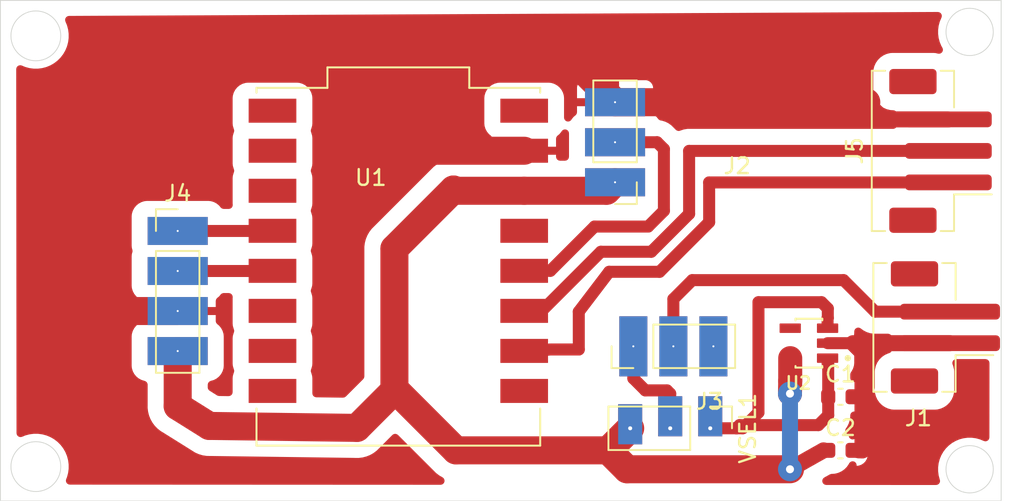
<source format=kicad_pcb>
(kicad_pcb (version 20241229) (generator "pcbnew") (generator_version "9.0")
  (layers (0 "F.Cu" signal) (2 "B.Cu" signal) (13 "F.Paste" user) (15 "B.Paste" user) (5 "F.SilkS" user "F.Silkscreen") (7 "B.SilkS" user "B.Silkscreen") (1 "F.Mask" user) (3 "B.Mask" user) (25 "Edge.Cuts" user))
  (net 0 "")
  (net 1 "GND")
  (net 2 "+3V3")
  (net 3 "SIG")
  (net 5 "SCL")
  (net 6 "SDA")
  (net 8 "Net-(J5-Pin_2)")
  (net 17 "Net-(J1-Pin_2)")
  (net 18 "Net-(J5-Pin_1)")
  (net 19 "Net-(J3-Pin_1)")
  (net 20 "Net-(U2-EN)")
  (footprint "ESP32-C3_SUPERMINI_SMD:MODULE_ESP32-C3_SUPERMINI" (layer "F.Cu") (at 25.25 16.9)
    (property "Reference" "U1" (at -1.75 -5.65 0) (layer "F.SilkS"))
    (property "Value" "ESP32-C3_SUPERMINI_SMD")
    (fp_line (start -9 -11.05) (end -9 -11.35) (stroke (width 0.127)) (layer "F.SilkS"))
    (fp_line (start -9 11.35) (end -9 9) (stroke (width 0.127)) (layer "F.SilkS"))
    (fp_line (start -4.5 -12.65) (end -4.5 -11.35) (stroke (width 0.127)) (layer "F.SilkS"))
    (fp_line (start -4.5 -11.35) (end -9 -11.35) (stroke (width 0.127)) (layer "F.SilkS"))
    (fp_line (start 4.5 -12.65) (end -4.5 -12.65) (stroke (width 0.127)) (layer "F.SilkS"))
    (fp_line (start 4.5 -12.65) (end 4.5 -11.35) (stroke (width 0.127)) (layer "F.SilkS"))
    (fp_line (start 9 -11.35) (end 4.5 -11.35) (stroke (width 0.127)) (layer "F.SilkS"))
    (fp_line (start 9 -11.05) (end 9 -11.35) (stroke (width 0.127)) (layer "F.SilkS"))
    (fp_line (start 9 11.35) (end -9 11.35) (stroke (width 0.127)) (layer "F.SilkS"))
    (fp_line (start 9 11.35) (end 9 9) (stroke (width 0.127)) (layer "F.SilkS"))
    (pad "0" smd rect (at 7.985 7.88) (size 3.025 1.524) (layers "F.Cu" "F.Mask" "F.Paste"))
    (pad "1" smd rect (at 7.985 5.34) (size 3.025 1.524) (layers "F.Cu" "F.Mask" "F.Paste") (net 18 "Net-(J5-Pin_1)"))
    (pad "2" smd rect (at 7.985 2.8) (size 3.025 1.524) (layers "F.Cu" "F.Mask" "F.Paste") (net 8 "Net-(J5-Pin_2)"))
    (pad "3" smd rect (at 7.985 0.26) (size 3.025 1.524) (layers "F.Cu" "F.Mask" "F.Paste") (net 3 "SIG"))
    (pad "3.3" smd rect (at 7.985 -4.82) (size 3.025 1.524) (layers "F.Cu" "F.Mask" "F.Paste") (net 2 "+3V3"))
    (pad "4" smd rect (at 7.985 -2.28) (size 3.025 1.524) (layers "F.Cu" "F.Mask" "F.Paste"))
    (pad "5" smd rect (at -7.985 -9.9) (size 3.025 1.524) (layers "F.Cu" "F.Mask" "F.Paste"))
    (pad "5V" smd rect (at 7.985 -9.9) (size 3.025 1.524) (layers "F.Cu" "F.Mask" "F.Paste"))
    (pad "6" smd rect (at -7.985 -7.36) (size 3.025 1.524) (layers "F.Cu" "F.Mask" "F.Paste"))
    (pad "7" smd rect (at -7.985 -4.82) (size 3.025 1.524) (layers "F.Cu" "F.Mask" "F.Paste"))
    (pad "8" smd rect (at -7.985 -2.28) (size 3.025 1.524) (layers "F.Cu" "F.Mask" "F.Paste") (net 6 "SDA"))
    (pad "9" smd rect (at -7.985 0.26) (size 3.025 1.524) (layers "F.Cu" "F.Mask" "F.Paste") (net 5 "SCL"))
    (pad "10" smd rect (at -7.985 2.8) (size 3.025 1.524) (layers "F.Cu" "F.Mask" "F.Paste"))
    (pad "20" smd rect (at -7.985 5.34) (size 3.025 1.524) (layers "F.Cu" "F.Mask" "F.Paste"))
    (pad "21" smd rect (at -7.985 7.88) (size 3.025 1.524) (layers "F.Cu" "F.Mask" "F.Paste"))
    (pad "G" smd rect (at 7.985 -7.36) (size 3.025 1.524) (layers "F.Cu" "F.Mask" "F.Paste") (net 1 "GND"))
  )
  (footprint "Connector_PinHeader_2.54mm:PinHeader_1x03_P2.54mm_Vertical" (layer "F.Cu") (at 40.16 21.95 90)
    (property "Reference" "J3" (at -3.5 4.83 0) (layer "F.SilkS"))
    (property "Value" "Batt_switch")
    (fp_line (start -1.38 -1.38) (end 0 -1.38) (stroke (width 0.12)) (layer "F.SilkS"))
    (fp_line (start -1.38 0) (end -1.38 -1.38) (stroke (width 0.12)) (layer "F.SilkS"))
    (fp_line (start 1.38 1.27) (end 1.38 6.46) (stroke (width 0.12)) (layer "F.SilkS"))
    (fp_line (start -1.38 1.27) (end 1.38 1.27) (stroke (width 0.12)) (layer "F.SilkS"))
    (fp_line (start -1.38 1.27) (end -1.38 6.46) (stroke (width 0.12)) (layer "F.SilkS"))
    (fp_line (start -1.38 6.46) (end 1.38 6.46) (stroke (width 0.12)) (layer "F.SilkS"))
    (pad "1" thru_hole rect (at 0 0 90) (size 3.81 1.778) (drill 0.127) (layers "*.Cu" "*.Mask") (net 19 "Net-(J3-Pin_1)"))
    (pad "2" thru_hole rect (at 0 2.54 90) (size 3.81 1.778) (drill 0.127) (layers "*.Cu" "*.Mask") (net 17 "Net-(J1-Pin_2)"))
    (pad "3" thru_hole rect (at 0 5.08 90) (size 3.81 1.778) (drill 0.127) (layers "*.Cu" "*.Mask"))
  )
  (footprint "AP2112K-3.3TRG1:SOT95P285X140-5N" (layer "F.Cu") (at 51.3 21.75 180)
    (property "Reference" "U2" (at 0.66442 -2.53029 0) (layer "F.SilkS") (effects (font (size 0.80263 0.80263))))
    (property "Value" "AP2112K-3.3TRG1")
    (fp_line (start 0.85 1.55) (end 0.85 1.45) (stroke (width 0.127)) (layer "F.SilkS"))
    (fp_line (start 0.85 1.55) (end -0.85 1.55) (stroke (width 0.127)) (layer "F.SilkS"))
    (fp_line (start 0.85 -1.55) (end 0.85 -1.45) (stroke (width 0.127)) (layer "F.SilkS"))
    (fp_line (start 0.85 -1.55) (end -0.85 -1.55) (stroke (width 0.127)) (layer "F.SilkS"))
    (fp_line (start -0.85 1.55) (end -0.85 1.45) (stroke (width 0.127)) (layer "F.SilkS"))
    (fp_line (start -0.85 -1.55) (end -0.85 -1.45) (stroke (width 0.127)) (layer "F.SilkS"))
    (fp_circle (center -2.469 -0.95) (end -2.369 -0.95) (stroke (width 0.2)) (fill no) (layer "F.SilkS"))
    (pad "1" smd roundrect (at -1.185 -0.95 180) (size 1.35 0.6) (layers "F.Cu" "F.Mask" "F.Paste") (roundrect_rratio 0.075) (net 20 "Net-(U2-EN)"))
    (pad "2" smd roundrect (at -1.185 0 180) (size 1.35 0.6) (layers "F.Cu" "F.Mask" "F.Paste") (roundrect_rratio 0.075) (net 1 "GND"))
    (pad "3" smd roundrect (at -1.185 0.95 180) (size 1.35 0.6) (layers "F.Cu" "F.Mask" "F.Paste") (roundrect_rratio 0.075) (net 20 "Net-(U2-EN)"))
    (pad "4" smd roundrect (at 1.185 0.95 180) (size 1.35 0.6) (layers "F.Cu" "F.Mask" "F.Paste") (roundrect_rratio 0.075))
    (pad "5" smd roundrect (at 1.185 -0.95 180) (size 1.35 0.6) (layers "F.Cu" "F.Mask" "F.Paste") (roundrect_rratio 0.075) (net 2 "+3V3"))
  )
  (footprint "Capacitor_SMD:C_0603_1608Metric" (layer "F.Cu") (at 53.3 25.15)
    (property "Reference" "C1" (at 0 -1.43 0) (layer "F.SilkS"))
    (property "Value" "C")
    (fp_line (start -0.14058 -0.51) (end 0.14058 -0.51) (stroke (width 0.12)) (layer "F.SilkS"))
    (fp_line (start -0.14058 0.51) (end 0.14058 0.51) (stroke (width 0.12)) (layer "F.SilkS"))
    (pad "1" smd roundrect (at -0.775 0) (size 0.9 0.95) (layers "F.Cu" "F.Mask" "F.Paste") (net 20 "Net-(U2-EN)"))
    (pad "2" smd roundrect (at 0.775 0) (size 0.9 0.95) (layers "F.Cu" "F.Mask" "F.Paste") (net 1 "GND"))
  )
  (footprint "Connector_JST:JST_PH_B3B-PH-SM4-TB_1x03-1MP_P2.00mm_Vertical" (layer "F.Cu") (at 59.65 9.55 90)
    (property "Reference" "J5" (at 0 -5.45 90) (layer "F.SilkS"))
    (property "Value" "Conn_01x03_Pin")
    (fp_line (start 5.085 -4.36) (end 5.085 -3.51) (stroke (width 0.12)) (layer "F.SilkS"))
    (fp_line (start -5.085 -4.36) (end 5.085 -4.36) (stroke (width 0.12)) (layer "F.SilkS"))
    (fp_line (start -5.085 -3.51) (end -5.085 -4.36) (stroke (width 0.12)) (layer "F.SilkS"))
    (fp_line (start 5.085 0.01) (end 5.085 0.86) (stroke (width 0.12)) (layer "F.SilkS"))
    (fp_line (start -5.085 0.01) (end -5.085 0.86) (stroke (width 0.12)) (layer "F.SilkS"))
    (fp_line (start 5.085 0.86) (end 2.76 0.86) (stroke (width 0.12)) (layer "F.SilkS"))
    (fp_line (start -2.76 0.86) (end -2.76 3.25) (stroke (width 0.12)) (layer "F.SilkS"))
    (fp_line (start -5.085 0.86) (end -2.76 0.86) (stroke (width 0.12)) (layer "F.SilkS"))
    (pad "1" smd roundrect (at -2 0.5 90) (size 1 5.5) (layers "F.Cu" "F.Mask" "F.Paste") (net 18 "Net-(J5-Pin_1)"))
    (pad "2" smd roundrect (at 0 0.5 90) (size 1 5.5) (layers "F.Cu" "F.Mask" "F.Paste") (net 8 "Net-(J5-Pin_2)"))
    (pad "3" smd roundrect (at 2 0.5 90) (size 1 5.5) (layers "F.Cu" "F.Mask" "F.Paste") (net 1 "GND"))
    (pad "MP" smd roundrect (at -4.4 -1.75 90) (size 1.6 3) (layers "F.Cu" "F.Mask" "F.Paste") (roundrect_rratio 0.15625))
    (pad "MP" smd roundrect (at 4.4 -1.75 90) (size 1.6 3) (layers "F.Cu" "F.Mask" "F.Paste") (roundrect_rratio 0.15625))
  )
  (footprint "Connector_PinHeader_2.54mm:PinHeader_1x03_P2.54mm_Vertical" (layer "F.Cu") (at 45.04 27.15 -90)
    (property "Reference" "VSEL1" (at 0 -2.38 90) (layer "F.SilkS"))
    (property "Value" "VSelect")
    (fp_line (start -1.38 6.46) (end 1.38 6.46) (stroke (width 0.12)) (layer "F.SilkS"))
    (fp_line (start -1.38 1.27) (end -1.38 6.46) (stroke (width 0.12)) (layer "F.SilkS"))
    (fp_line (start -1.38 1.27) (end 1.38 1.27) (stroke (width 0.12)) (layer "F.SilkS"))
    (fp_line (start 1.38 1.27) (end 1.38 6.46) (stroke (width 0.12)) (layer "F.SilkS"))
    (fp_line (start -1.38 0) (end -1.38 -1.38) (stroke (width 0.12)) (layer "F.SilkS"))
    (fp_line (start -1.38 -1.38) (end 0 -1.38) (stroke (width 0.12)) (layer "F.SilkS"))
    (pad "1" thru_hole rect (at 0 0 270) (size 2.54 1.524) (drill 0.254 (offset -0.762 0)) (layers "*.Cu" "*.Mask") (net 20 "Net-(U2-EN)"))
    (pad "2" thru_hole rect (at 0 2.54 270) (size 2.54 1.524) (drill 0.254 (offset -0.762 0)) (layers "*.Cu" "*.Mask") (net 19 "Net-(J3-Pin_1)"))
    (pad "3" thru_hole rect (at 0 5.08 270) (size 2.54 1.524) (drill 0.254 (offset -0.254 0)) (layers "*.Cu" "*.Mask") (net 2 "+3V3"))
  )
  (footprint "Connector_JST:JST_PH_B2B-PH-SM4-TB_1x02-1MP_P2.00mm_Vertical" (layer "F.Cu") (at 59.75 20.75 90)
    (property "Reference" "J1" (at -5.75 -1.5 0) (layer "F.SilkS"))
    (property "Value" "Battery")
    (fp_line (start 4.085 -4.36) (end 4.085 -3.51) (stroke (width 0.12)) (layer "F.SilkS"))
    (fp_line (start -4.085 -4.36) (end 4.085 -4.36) (stroke (width 0.12)) (layer "F.SilkS"))
    (fp_line (start -4.085 -3.51) (end -4.085 -4.36) (stroke (width 0.12)) (layer "F.SilkS"))
    (fp_line (start 4.085 0.01) (end 4.085 0.86) (stroke (width 0.12)) (layer "F.SilkS"))
    (fp_line (start -4.085 0.01) (end -4.085 0.86) (stroke (width 0.12)) (layer "F.SilkS"))
    (fp_line (start 4.085 0.86) (end 1.76 0.86) (stroke (width 0.12)) (layer "F.SilkS"))
    (fp_line (start -1.76 0.86) (end -1.76 3.25) (stroke (width 0.12)) (layer "F.SilkS"))
    (fp_line (start -4.085 0.86) (end -1.76 0.86) (stroke (width 0.12)) (layer "F.SilkS"))
    (pad "1" smd roundrect (at -1 0.5 90) (size 1 6.35) (layers "F.Cu" "F.Mask" "F.Paste") (net 1 "GND"))
    (pad "2" smd roundrect (at 1 0.5 90) (size 1 6.35) (layers "F.Cu" "F.Mask" "F.Paste") (net 17 "Net-(J1-Pin_2)"))
    (pad "MP" smd roundrect (at -3.4 -1.75 90) (size 1.6 3) (layers "F.Cu" "F.Mask" "F.Paste") (roundrect_rratio 0.15625))
    (pad "MP" smd roundrect (at 3.4 -1.75 90) (size 1.6 3) (layers "F.Cu" "F.Mask" "F.Paste") (roundrect_rratio 0.15625))
  )
  (footprint "Connector_PinHeader_2.54mm:PinHeader_1x04_P2.54mm_Vertical" (layer "F.Cu") (at 11.25 14.63)
    (property "Reference" "J4" (at 0 -2.38 0) (layer "F.SilkS"))
    (property "Value" "QMC5833")
    (fp_line (start -1.38 -1.38) (end 0 -1.38) (stroke (width 0.12)) (layer "F.SilkS"))
    (fp_line (start -1.38 0) (end -1.38 -1.38) (stroke (width 0.12)) (layer "F.SilkS"))
    (fp_line (start -1.38 1.27) (end -1.38 9) (stroke (width 0.12)) (layer "F.SilkS"))
    (fp_line (start -1.38 1.27) (end 1.38 1.27) (stroke (width 0.12)) (layer "F.SilkS"))
    (fp_line (start -1.38 9) (end 1.38 9) (stroke (width 0.12)) (layer "F.SilkS"))
    (fp_line (start 1.38 1.27) (end 1.38 9) (stroke (width 0.12)) (layer "F.SilkS"))
    (pad "1" thru_hole rect (at 0 0) (size 3.81 1.778) (drill 0.127) (layers "*.Cu" "*.Mask") (net 6 "SDA"))
    (pad "2" thru_hole rect (at 0 2.54) (size 3.81 1.778) (drill 0.127) (layers "*.Cu" "*.Mask") (net 5 "SCL"))
    (pad "3" thru_hole rect (at 0 5.08) (size 3.81 1.778) (drill 0.127) (layers "*.Cu" "*.Mask") (net 1 "GND"))
    (pad "4" thru_hole rect (at 0 7.62) (size 3.81 1.778) (drill 0.127) (layers "*.Cu" "*.Mask") (net 2 "+3V3"))
  )
  (footprint "Capacitor_SMD:C_0603_1608Metric" (layer "F.Cu") (at 53.3 28.55)
    (property "Reference" "C2" (at 0 -1.43 0) (layer "F.SilkS"))
    (property "Value" "C")
    (fp_line (start -0.14058 -0.51) (end 0.14058 -0.51) (stroke (width 0.12)) (layer "F.SilkS"))
    (fp_line (start -0.14058 0.51) (end 0.14058 0.51) (stroke (width 0.12)) (layer "F.SilkS"))
    (pad "1" smd roundrect (at -0.775 0) (size 0.9 0.95) (layers "F.Cu" "F.Mask" "F.Paste") (net 2 "+3V3"))
    (pad "2" smd roundrect (at 0.775 0) (size 0.9 0.95) (layers "F.Cu" "F.Mask" "F.Paste") (net 1 "GND"))
  )
  (footprint "Connector_PinHeader_2.54mm:PinHeader_1x03_P2.54mm_Vertical" (layer "F.Cu") (at 39 11.54 180)
    (property "Reference" "J2" (at -7.75 1.04 0) (layer "F.SilkS"))
    (property "Value" "LED_NEOPIXEL")
    (fp_line (start 1.38 1.27) (end 1.38 6.46) (stroke (width 0.12)) (layer "F.SilkS"))
    (fp_line (start -1.38 6.46) (end 1.38 6.46) (stroke (width 0.12)) (layer "F.SilkS"))
    (fp_line (start -1.38 1.27) (end 1.38 1.27) (stroke (width 0.12)) (layer "F.SilkS"))
    (fp_line (start -1.38 1.27) (end -1.38 6.46) (stroke (width 0.12)) (layer "F.SilkS"))
    (fp_line (start -1.38 0) (end -1.38 -1.38) (stroke (width 0.12)) (layer "F.SilkS"))
    (fp_line (start -1.38 -1.38) (end 0 -1.38) (stroke (width 0.12)) (layer "F.SilkS"))
    (pad "1" thru_hole rect (at 0 0 180) (size 3.81 1.778) (drill 0.127) (layers "*.Cu" "*.Mask") (net 2 "+3V3"))
    (pad "2" thru_hole rect (at 0 2.54 180) (size 3.81 1.778) (drill 0.127) (layers "*.Cu" "*.Mask") (net 3 "SIG"))
    (pad "3" thru_hole rect (at 0 5.08 180) (size 3.81 1.778) (drill 0.127) (layers "*.Cu" "*.Mask") (net 1 "GND"))
  )
  (gr_circle (center 61.5 2) (end 61.5 3.5) (stroke (width 0.05)) (fill no) (layer "Edge.Cuts"))
  (gr_circle (center 61.5 29.75) (end 61.5 31.25) (stroke (width 0.05)) (fill no) (layer "Edge.Cuts"))
  (gr_circle (center 2.25 29.581139) (end 3.75 29.081139) (stroke (width 0.05)) (fill no) (layer "Edge.Cuts"))
  (gr_rect (start 0 0) (end 63.5 31.75) (stroke (width 0.05)) (fill no) (layer "Edge.Cuts"))
  (gr_circle (center 2.25 2.25) (end 2.75 3.75) (stroke (width 0.05)) (fill no) (layer "Edge.Cuts"))
  (segment (start 52.485 21.75) (end 54.1 21.75) (width 0.762) (layer "F.Cu") (net 1))
  (segment (start 54.1 21.75) (end 54.7 22.35) (width 1.016) (layer "F.Cu") (net 1))
  (segment (start 55.3 21.75) (end 54.7 22.35) (width 1.016) (layer "F.Cu") (net 1))
  (segment (start 4.75 7.5) (end 4.75 19.5) (width 1.778) (layer "F.Cu") (net 1))
  (segment (start 4.96 19.71) (end 11.25 19.71) (width 1.778) (layer "F.Cu") (net 1))
  (segment (start 54.94234 6.46) (end 56.03234 7.55) (width 1.016) (layer "F.Cu") (net 1))
  (segment (start 54.7 28.55) (end 54.465 28.55) (width 1.016) (layer "F.Cu") (net 1))
  (segment (start 4.75 19.5) (end 4.75 25.379) (width 1.778) (layer "F.Cu") (net 1))
  (segment (start 4.75 25.379) (end 9.75 29.75) (width 1.778) (layer "F.Cu") (net 1))
  (segment (start 23.75 5.75) (end 27.54 9.54) (width 1.778) (layer "F.Cu") (net 1))
  (segment (start 23.75 2) (end 23.75 5.75) (width 1.778) (layer "F.Cu") (net 1))
  (segment (start 54.7 22.35) (end 54.7 28.55) (width 1.016) (layer "F.Cu") (net 1))
  (segment (start 4.75 19.5) (end 4.96 19.71) (width 1.778) (layer "F.Cu") (net 1))
  (segment (start 34.54 2) (end 39 6.46) (width 1.778) (layer "F.Cu") (net 1))
  (segment (start 56.03234 7.55) (end 60.15 7.55) (width 1.016) (layer "F.Cu") (net 1))
  (segment (start 23.75 2) (end 10.25 2) (width 1.778) (layer "F.Cu") (net 1))
  (segment (start 23.75 2) (end 34.54 2) (width 1.778) (layer "F.Cu") (net 1))
  (segment (start 39 6.46) (end 54.94234 6.46) (width 1.778) (layer "F.Cu") (net 1))
  (segment (start 10.25 2) (end 4.75 7.5) (width 1.778) (layer "F.Cu") (net 1))
  (segment (start 60.25 21.75) (end 55.3 21.75) (width 1.016) (layer "F.Cu") (net 1))
  (segment (start 27.54 9.54) (end 33.235 9.54) (width 1.778) (layer "F.Cu") (net 1))
  (segment (start 22.625 27.125) (end 25 24.75) (width 1.778) (layer "F.Cu") (net 2))
  (segment (start 25 15.75) (end 28.75 12) (width 1.778) (layer "F.Cu") (net 2))
  (segment (start 13.25 27) (end 22.625 27.125) (width 1.778) (layer "F.Cu") (net 2))
  (segment (start 25.1 24.75) (end 25 24.75) (width 1.778) (layer "F.Cu") (net 2))
  (segment (start 28.75 12) (end 28.83 12.08) (width 1.778) (layer "F.Cu") (net 2))
  (segment (start 11.25 22.25) (end 11.25 25.75) (width 1.778) (layer "F.Cu") (net 2))
  (segment (start 11.25 25.75) (end 13.25 27) (width 1.778) (layer "F.Cu") (net 2))
  (segment (start 28.83 12.08) (end 33.235 12.08) (width 1.778) (layer "F.Cu") (net 2))
  (segment (start 38.46 12.08) (end 33.235 12.08) (width 1.778) (layer "F.Cu") (net 2))
  (segment (start 50.115 24.135) (end 50.115 22.7) (width 1.524) (layer "F.Cu") (net 2))
  (segment (start 39.96 27.15) (end 38.56 28.55) (width 1.778) (layer "F.Cu") (net 2))
  (segment (start 38.56 28.55) (end 28.9 28.55) (width 1.778) (layer "F.Cu") (net 2))
  (segment (start 39.76 29.75) (end 50.1 29.75) (width 1.778) (layer "F.Cu") (net 2))
  (segment (start 39 11.54) (end 38.46 12.08) (width 1.778) (layer "F.Cu") (net 2))
  (segment (start 25 24.75) (end 25 15.75) (width 1.778) (layer "F.Cu") (net 2))
  (segment (start 28.9 28.55) (end 25.1 24.75) (width 1.778) (layer "F.Cu") (net 2))
  (segment (start 50.1 29.75) (end 52.227 28.55) (width 1.016) (layer "F.Cu") (net 2))
  (segment (start 38.56 28.55) (end 39.76 29.75) (width 1.778) (layer "F.Cu") (net 2))
  (segment (start 50.1 24.95) (end 50.115 24.135) (width 1.524) (layer "F.Cu") (net 2))
  (via (at 50.1 29.75) (size 1.524) (drill 0.508) (layers "F.Cu" "B.Cu") (net 2))
  (via (at 50.1 24.95) (size 1.524) (drill 0.508) (layers "F.Cu" "B.Cu") (net 2))
  (segment (start 50.1 29.75) (end 50.1 24.95) (width 1.016) (layer "B.Cu") (net 2))
  (segment (start 42.1 13.35) (end 41.1 14.35) (width 0.762) (layer "F.Cu") (net 3))
  (segment (start 42.1 9.433) (end 42.1 13.35) (width 0.762) (layer "F.Cu") (net 3))
  (segment (start 34.89 17.16) (end 33.235 17.16) (width 0.762) (layer "F.Cu") (net 3))
  (segment (start 39 9) (end 41.667 9) (width 0.762) (layer "F.Cu") (net 3))
  (segment (start 37.7 14.35) (end 34.89 17.16) (width 0.762) (layer "F.Cu") (net 3))
  (segment (start 41.667 9) (end 42.1 9.433) (width 0.762) (layer "F.Cu") (net 3))
  (segment (start 41.1 14.35) (end 37.7 14.35) (width 0.762) (layer "F.Cu") (net 3))
  (segment (start 17.195 17.23) (end 17.265 17.16) (width 0.762) (layer "F.Cu") (net 5))
  (segment (start 17.255 17.17) (end 17.265 17.16) (width 0.762) (layer "F.Cu") (net 5))
  (segment (start 11.25 17.17) (end 17.255 17.17) (width 0.762) (layer "F.Cu") (net 5))
  (segment (start 11.25 14.63) (end 17.255 14.63) (width 0.762) (layer "F.Cu") (net 6))
  (segment (start 17.195 14.69) (end 17.265 14.62) (width 0.762) (layer "F.Cu") (net 6))
  (segment (start 17.255 14.63) (end 17.265 14.62) (width 0.762) (layer "F.Cu") (net 6))
  (segment (start 41.297465 15.95) (end 43.7 13.547465) (width 0.762) (layer "F.Cu") (net 8))
  (segment (start 43.7 13.547465) (end 43.7 9.55) (width 0.762) (layer "F.Cu") (net 8))
  (segment (start 43.7 9.55) (end 60.15 9.55) (width 0.762) (layer "F.Cu") (net 8))
  (segment (start 34.35 19.7) (end 38.1 15.95) (width 0.762) (layer "F.Cu") (net 8))
  (segment (start 33.235 19.7) (end 34.35 19.7) (width 0.762) (layer "F.Cu") (net 8))
  (segment (start 38.1 15.95) (end 41.297465 15.95) (width 0.762) (layer "F.Cu") (net 8))
  (segment (start 42.7 18.95) (end 43.9 17.75) (width 0.762) (layer "F.Cu") (net 17))
  (segment (start 43.9 17.75) (end 53.5 17.75) (width 0.762) (layer "F.Cu") (net 17))
  (segment (start 55.5 19.75) (end 60.25 19.75) (width 0.762) (layer "F.Cu") (net 17))
  (segment (start 53.5 17.75) (end 55.5 19.75) (width 0.762) (layer "F.Cu") (net 17))
  (segment (start 42.7 21.95) (end 42.7 18.95) (width 0.762) (layer "F.Cu") (net 17))
  (segment (start 41.823931 17.221) (end 44.971 14.07393) (width 0.762) (layer "F.Cu") (net 18))
  (segment (start 36.7 19.75) (end 38.626466 17.221) (width 0.762) (layer "F.Cu") (net 18))
  (segment (start 44.971 11.55) (end 60.15 11.55) (width 0.762) (layer "F.Cu") (net 18))
  (segment (start 34.01 22.24) (end 34.9 22.15) (width 0.762) (layer "F.Cu") (net 18))
  (segment (start 38.626466 17.221) (end 41.823931 17.221) (width 0.762) (layer "F.Cu") (net 18))
  (segment (start 44.971 14.07393) (end 44.971 11.55) (width 0.762) (layer "F.Cu") (net 18))
  (segment (start 36.7 22.15) (end 36.7 19.75) (width 0.762) (layer "F.Cu") (net 18))
  (segment (start 34.9 22.15) (end 36.7 22.15) (width 0.762) (layer "F.Cu") (net 18))
  (segment (start 33.235 22.24) (end 34.01 22.24) (width 0.762) (layer "F.Cu") (net 18))
  (segment (start 40.16 23.984) (end 40.16 21.95) (width 0.762) (layer "F.Cu") (net 19))
  (segment (start 42.5 27.15) (end 42.5 24.95) (width 0.762) (layer "F.Cu") (net 19))
  (segment (start 40.921 24.745) (end 40.16 23.984) (width 0.762) (layer "F.Cu") (net 19))
  (segment (start 42.5 24.95) (end 42.295 24.745) (width 0.762) (layer "F.Cu") (net 19))
  (segment (start 42.295 24.745) (end 40.921 24.745) (width 0.762) (layer "F.Cu") (net 19))
  (segment (start 52.525 26.325) (end 51.9 26.95) (width 0.762) (layer "F.Cu") (net 20))
  (segment (start 52.525 23.072) (end 52.485 23.032) (width 0.762) (layer "F.Cu") (net 20))
  (segment (start 52.1 19.15) (end 52.5 19.55) (width 0.762) (layer "F.Cu") (net 20))
  (segment (start 47.1 27.15) (end 46.7 27.15) (width 0.762) (layer "F.Cu") (net 20))
  (segment (start 52.525 25.15) (end 52.525 23.072) (width 0.762) (layer "F.Cu") (net 20))
  (segment (start 46.9 26.95) (end 46.7 27.15) (width 0.762) (layer "F.Cu") (net 20))
  (segment (start 48.1 19.15) (end 48.1 26.15) (width 0.762) (layer "F.Cu") (net 20))
  (segment (start 48.1 19.15) (end 52.1 19.15) (width 0.762) (layer "F.Cu") (net 20))
  (segment (start 48.1 26.15) (end 47.1 27.15) (width 0.762) (layer "F.Cu") (net 20))
  (segment (start 52.5 20.15) (end 52.485 20.165) (width 0.762) (layer "F.Cu") (net 20))
  (segment (start 46.7 27.15) (end 45.04 27.15) (width 0.762) (layer "F.Cu") (net 20))
  (segment (start 52.525 25.15) (end 52.525 26.325) (width 0.762) (layer "F.Cu") (net 20))
  (segment (start 52.5 19.55) (end 52.5 20.15) (width 0.762) (layer "F.Cu") (net 20))
  (segment (start 51.9 26.95) (end 46.9 26.95) (width 0.762) (layer "F.Cu") (net 20))
  (segment (start 52.485 20.165) (end 52.485 20.468) (width 0.762) (layer "F.Cu") (net 20))
  (zone (net 1) (net_name "GND") (layer "F.Cu") (connect_pads (clearance 1.016)) (min_thickness 0.508) (fill yes (thermal_gap 0.508) (thermal_bridge_width 0.508))
    (polygon (pts (xy 1 1) (xy 62.780974 0.719026) (xy 62.75 30.75) (xy 1.025831 30.724169)))
  )
)
</source>
